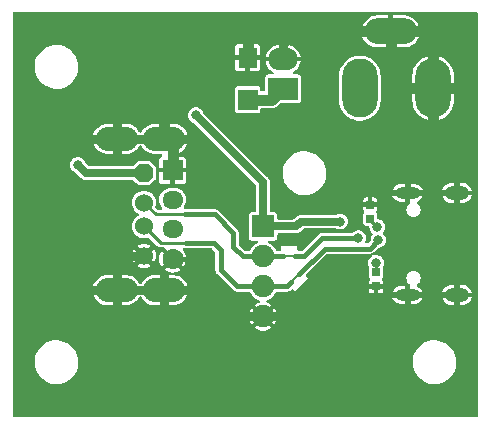
<source format=gbr>
%TF.GenerationSoftware,KiCad,Pcbnew,7.0.2*%
%TF.CreationDate,2023-11-10T23:30:57+01:00*%
%TF.ProjectId,PoweredUSB-Adapter,506f7765-7265-4645-9553-422d41646170,rev?*%
%TF.SameCoordinates,Original*%
%TF.FileFunction,Copper,L2,Bot*%
%TF.FilePolarity,Positive*%
%FSLAX46Y46*%
G04 Gerber Fmt 4.6, Leading zero omitted, Abs format (unit mm)*
G04 Created by KiCad (PCBNEW 7.0.2) date 2023-11-10 23:30:57*
%MOMM*%
%LPD*%
G01*
G04 APERTURE LIST*
G04 Aperture macros list*
%AMOutline5P*
0 Free polygon, 5 corners , with rotation*
0 The origin of the aperture is its center*
0 number of corners: always 5*
0 $1 to $10 corner X, Y*
0 $11 Rotation angle, in degrees counterclockwise*
0 create outline with 5 corners*
4,1,5,$1,$2,$3,$4,$5,$6,$7,$8,$9,$10,$1,$2,$11*%
%AMOutline6P*
0 Free polygon, 6 corners , with rotation*
0 The origin of the aperture is its center*
0 number of corners: always 6*
0 $1 to $12 corner X, Y*
0 $13 Rotation angle, in degrees counterclockwise*
0 create outline with 6 corners*
4,1,6,$1,$2,$3,$4,$5,$6,$7,$8,$9,$10,$11,$12,$1,$2,$13*%
%AMOutline7P*
0 Free polygon, 7 corners , with rotation*
0 The origin of the aperture is its center*
0 number of corners: always 7*
0 $1 to $14 corner X, Y*
0 $15 Rotation angle, in degrees counterclockwise*
0 create outline with 7 corners*
4,1,7,$1,$2,$3,$4,$5,$6,$7,$8,$9,$10,$11,$12,$13,$14,$1,$2,$15*%
%AMOutline8P*
0 Free polygon, 8 corners , with rotation*
0 The origin of the aperture is its center*
0 number of corners: always 8*
0 $1 to $16 corner X, Y*
0 $17 Rotation angle, in degrees counterclockwise*
0 create outline with 8 corners*
4,1,8,$1,$2,$3,$4,$5,$6,$7,$8,$9,$10,$11,$12,$13,$14,$15,$16,$1,$2,$17*%
G04 Aperture macros list end*
%TA.AperFunction,ComponentPad*%
%ADD10R,1.905000X1.905000*%
%TD*%
%TA.AperFunction,ComponentPad*%
%ADD11C,1.905000*%
%TD*%
%TA.AperFunction,ComponentPad*%
%ADD12Outline8P,-0.762000X0.381000X-0.381000X0.762000X0.381000X0.762000X0.762000X0.381000X0.762000X-0.381000X0.381000X-0.762000X-0.381000X-0.762000X-0.762000X-0.381000X270.000000*%
%TD*%
%TA.AperFunction,ComponentPad*%
%ADD13C,1.524000*%
%TD*%
%TA.AperFunction,ComponentPad*%
%ADD14R,1.778000X1.778000*%
%TD*%
%TA.AperFunction,ComponentPad*%
%ADD15O,1.778000X1.524000*%
%TD*%
%TA.AperFunction,ComponentPad*%
%ADD16C,1.778000*%
%TD*%
%TA.AperFunction,ComponentPad*%
%ADD17O,3.556000X2.032000*%
%TD*%
%TA.AperFunction,ComponentPad*%
%ADD18O,3.000000X5.000000*%
%TD*%
%TA.AperFunction,ComponentPad*%
%ADD19O,4.400000X2.200000*%
%TD*%
%TA.AperFunction,ComponentPad*%
%ADD20O,2.100000X1.000000*%
%TD*%
%TA.AperFunction,ComponentPad*%
%ADD21O,2.000000X1.200000*%
%TD*%
%TA.AperFunction,ComponentPad*%
%ADD22R,2.500000X1.900000*%
%TD*%
%TA.AperFunction,ComponentPad*%
%ADD23O,2.500000X1.900000*%
%TD*%
%TA.AperFunction,SMDPad,CuDef*%
%ADD24R,0.640000X0.700000*%
%TD*%
%TA.AperFunction,SMDPad,CuDef*%
%ADD25R,1.651000X1.778000*%
%TD*%
%TA.AperFunction,SMDPad,CuDef*%
%ADD26R,1.625600X1.778000*%
%TD*%
%TA.AperFunction,ViaPad*%
%ADD27C,0.812800*%
%TD*%
%TA.AperFunction,Conductor*%
%ADD28C,0.200000*%
%TD*%
%TA.AperFunction,Conductor*%
%ADD29C,0.381000*%
%TD*%
%TA.AperFunction,Conductor*%
%ADD30C,0.635000*%
%TD*%
%TA.AperFunction,Conductor*%
%ADD31C,0.254000*%
%TD*%
%TA.AperFunction,Conductor*%
%ADD32C,0.762000*%
%TD*%
%TA.AperFunction,Conductor*%
%ADD33C,0.889000*%
%TD*%
%TA.AperFunction,Conductor*%
%ADD34C,0.508000*%
%TD*%
%TA.AperFunction,Conductor*%
%ADD35C,0.203200*%
%TD*%
G04 APERTURE END LIST*
D10*
%TO.P,J2,1,Pin_1*%
%TO.N,+5V*%
X121484200Y-78500000D03*
D11*
%TO.P,J2,2,Pin_2*%
%TO.N,/D-*%
X121484200Y-81040000D03*
%TO.P,J2,3,Pin_3*%
%TO.N,/D+*%
X121484200Y-83580000D03*
%TO.P,J2,4,Pin_4*%
%TO.N,GND*%
X121484200Y-86120000D03*
%TD*%
D12*
%TO.P,CN1,1,Vbus*%
%TO.N,+5V*%
X111405000Y-74000000D03*
D13*
%TO.P,CN1,2,D-*%
%TO.N,/D-*%
X111405000Y-76500000D03*
%TO.P,CN1,3,D+*%
%TO.N,/D+*%
X111405000Y-78500000D03*
%TO.P,CN1,4,GND*%
%TO.N,GND*%
X111405000Y-81000000D03*
D14*
%TO.P,CN1,5,PGND*%
X113835000Y-73750000D03*
D15*
%TO.P,CN1,6,PWR+*%
%TO.N,VCC*%
X113835000Y-76250000D03*
%TO.P,CN1,7,PWR+*%
X113835000Y-78750000D03*
D16*
%TO.P,CN1,8,PGND*%
%TO.N,GND*%
X113835000Y-81250000D03*
D17*
%TO.P,CN1,S,Shd*%
X113095000Y-71100000D03*
X109095000Y-71100000D03*
X113095000Y-83900000D03*
X109095000Y-83900000D03*
%TD*%
D18*
%TO.P,J1,1*%
%TO.N,VCC*%
X129684200Y-66800000D03*
%TO.P,J1,2*%
%TO.N,GND*%
X135884200Y-66800000D03*
D19*
%TO.P,J1,3*%
X132284200Y-62000000D03*
%TD*%
D20*
%TO.P,CN4,S,SH*%
%TO.N,GND*%
X133720000Y-84320000D03*
D21*
X137900000Y-84320000D03*
D20*
X133720000Y-75680000D03*
D21*
X137900000Y-75680000D03*
%TD*%
D22*
%TO.P,J3,1,Pin_1*%
%TO.N,VCC*%
X123184200Y-66850000D03*
D23*
%TO.P,J3,2,Pin_2*%
%TO.N,GND*%
X123184200Y-64350000D03*
%TD*%
D24*
%TO.P,R2,1*%
%TO.N,GND*%
X131050000Y-83584200D03*
%TO.P,R2,2*%
%TO.N,Net-(CN4-CC1)*%
X131050000Y-82390400D03*
%TD*%
%TO.P,R3,1*%
%TO.N,GND*%
X130550000Y-76665800D03*
%TO.P,R3,2*%
%TO.N,Net-(CN4-CC2)*%
X130550000Y-77859600D03*
%TD*%
D25*
%TO.P,D1,1,C*%
%TO.N,VCC*%
X120184200Y-67778000D03*
D26*
%TO.P,D1,2,A*%
%TO.N,GND*%
X120184200Y-64222000D03*
%TD*%
D27*
%TO.N,+5V*%
X105795000Y-73300000D03*
X128000000Y-78100000D03*
X115800000Y-69100000D03*
%TO.N,/D-*%
X129550000Y-79500000D03*
%TO.N,/D+*%
X131250000Y-79650000D03*
%TO.N,GND*%
X129950000Y-91850000D03*
X101000000Y-94000000D03*
X124000000Y-61000000D03*
X125200000Y-79300000D03*
X124300000Y-79700000D03*
X122000000Y-61000000D03*
X137000000Y-61000000D03*
X109500000Y-63500000D03*
X124000000Y-94000000D03*
X111500000Y-63500000D03*
X139000000Y-92000000D03*
X103000000Y-94000000D03*
X139000000Y-80000000D03*
X109100000Y-69300000D03*
X118400000Y-76500000D03*
X126600000Y-82400000D03*
X139000000Y-73000000D03*
X111500000Y-66500000D03*
X113550000Y-90500000D03*
X118000000Y-61000000D03*
X113400000Y-63500000D03*
X117400000Y-69000000D03*
X101000000Y-74950000D03*
X139000000Y-85850000D03*
X110450000Y-88050000D03*
X101000000Y-80050000D03*
X116000000Y-61000000D03*
X139000000Y-63000000D03*
X138000000Y-94000000D03*
X132000000Y-85900000D03*
X137000000Y-94000000D03*
X111000000Y-69300000D03*
X102000000Y-94000000D03*
X109500000Y-66500000D03*
X139000000Y-62000000D03*
X139000000Y-88150000D03*
X113400000Y-66500000D03*
X122000000Y-94000000D03*
X139000000Y-87150000D03*
X126450000Y-89850000D03*
X132000000Y-74100000D03*
X120000000Y-61000000D03*
X118400000Y-75000000D03*
X139000000Y-93000000D03*
X101000000Y-83000000D03*
X118000000Y-94000000D03*
X124200000Y-84700000D03*
X101000000Y-93000000D03*
X139000000Y-78000000D03*
X103000000Y-61000000D03*
X129400000Y-78400000D03*
X101000000Y-92000000D03*
X129700000Y-81400000D03*
X139000000Y-74000000D03*
X101000000Y-77500000D03*
X120000000Y-94000000D03*
X102000000Y-61000000D03*
X139000000Y-61000000D03*
X139000000Y-94000000D03*
X101000000Y-61000000D03*
X101000000Y-62000000D03*
X101000000Y-71950000D03*
X119850000Y-88450000D03*
X122000000Y-72900000D03*
X118500000Y-84500000D03*
X101000000Y-63000000D03*
X139000000Y-82000000D03*
X127600000Y-85300000D03*
X113100000Y-69300000D03*
X128800000Y-75900000D03*
X138000000Y-61000000D03*
X116000000Y-94000000D03*
%TO.N,Net-(CN4-CC1)*%
X131050000Y-81600000D03*
%TO.N,Net-(CN4-CC2)*%
X131150000Y-78550000D03*
%TD*%
D28*
%TO.N,/D+*%
X123850000Y-83250000D02*
X124550000Y-82550000D01*
D29*
X126700000Y-80400000D02*
X124550000Y-82550000D01*
X123850000Y-83250000D02*
X123520000Y-83580000D01*
%TO.N,/D-*%
X124200000Y-81040000D02*
X124960000Y-81040000D01*
D28*
X123200000Y-81040000D02*
X124200000Y-81040000D01*
D29*
X121484200Y-81040000D02*
X123200000Y-81040000D01*
X124960000Y-81040000D02*
X126500000Y-79500000D01*
X126500000Y-79500000D02*
X129550000Y-79500000D01*
D30*
%TO.N,+5V*%
X121484200Y-78500000D02*
X124300000Y-78500000D01*
X111405000Y-74000000D02*
X106495000Y-74000000D01*
X115800000Y-69100000D02*
X121484200Y-74784200D01*
X121484200Y-74784200D02*
X121484200Y-75600000D01*
X124700000Y-78100000D02*
X128000000Y-78100000D01*
X106495000Y-74000000D02*
X105795000Y-73300000D01*
X124300000Y-78500000D02*
X124700000Y-78100000D01*
X121484200Y-75600000D02*
X121484200Y-78500000D01*
D31*
%TO.N,/D-*%
X112405000Y-77500000D02*
X114900000Y-77500000D01*
X111405000Y-76500000D02*
X112405000Y-77500000D01*
D29*
X117400000Y-77500000D02*
X114900000Y-77500000D01*
X121484200Y-81040000D02*
X119784200Y-81040000D01*
X118972100Y-79072100D02*
X117400000Y-77500000D01*
X118972100Y-80227900D02*
X118972100Y-79072100D01*
X119784200Y-81040000D02*
X118972100Y-80227900D01*
D31*
%TO.N,/D+*%
X112805000Y-79900000D02*
X115000000Y-79900000D01*
D29*
X117300000Y-79900000D02*
X115000000Y-79900000D01*
X121484200Y-83580000D02*
X119280000Y-83580000D01*
X131250000Y-79650000D02*
X130500000Y-80400000D01*
X119280000Y-83580000D02*
X117900000Y-82200000D01*
D31*
X111405000Y-78500000D02*
X112805000Y-79900000D01*
D29*
X117900000Y-80500000D02*
X117300000Y-79900000D01*
X130500000Y-80400000D02*
X126700000Y-80400000D01*
X117900000Y-82200000D02*
X117900000Y-80500000D01*
X123520000Y-83580000D02*
X121484200Y-83580000D01*
D32*
%TO.N,GND*%
X123184200Y-64350000D02*
X123184200Y-63100000D01*
X113095000Y-83900000D02*
X106050000Y-83900000D01*
X117750000Y-85750000D02*
X116150000Y-84150000D01*
X109095000Y-83900000D02*
X109095000Y-81000000D01*
X109095000Y-71100000D02*
X109095000Y-67700000D01*
X111405000Y-81000000D02*
X109095000Y-81000000D01*
D29*
X115750000Y-81250000D02*
X115750000Y-83750000D01*
D33*
X132284200Y-62000000D02*
X136884200Y-62000000D01*
D32*
X109095000Y-71100000D02*
X109095000Y-72655000D01*
D33*
X120184200Y-64222000D02*
X120184200Y-61900000D01*
X135884200Y-66800000D02*
X135884200Y-60950000D01*
D32*
X109095000Y-81000000D02*
X108295000Y-81000000D01*
D33*
X135884200Y-71600000D02*
X137384200Y-73100000D01*
D32*
X119504200Y-86120000D02*
X119134200Y-85750000D01*
D34*
X133720000Y-75680000D02*
X135170000Y-75680000D01*
D33*
X120184200Y-61900000D02*
X124184200Y-61900000D01*
X113835000Y-73750000D02*
X113835000Y-71840000D01*
D34*
X137900000Y-84320000D02*
X136380000Y-84320000D01*
D32*
X109095000Y-83900000D02*
X116400000Y-83900000D01*
D33*
X123892100Y-62392100D02*
X124284200Y-62000000D01*
D32*
X117750000Y-85750000D02*
X119134200Y-85750000D01*
X115600000Y-83900000D02*
X116400000Y-83900000D01*
X113095000Y-83900000D02*
X115600000Y-83900000D01*
D29*
X113835000Y-81250000D02*
X115750000Y-81250000D01*
D32*
X113095000Y-83900000D02*
X113095000Y-82705000D01*
D34*
X133720000Y-84320000D02*
X132280000Y-84320000D01*
X137900000Y-84320000D02*
X137900000Y-85400000D01*
D33*
X135884200Y-66800000D02*
X133584200Y-66800000D01*
D32*
X113095000Y-83900000D02*
X109095000Y-83900000D01*
D33*
X135884200Y-66800000D02*
X138084200Y-66800000D01*
D32*
X121484200Y-86120000D02*
X124504200Y-86120000D01*
D33*
X135884200Y-66800000D02*
X135884200Y-71600000D01*
D29*
X124784200Y-86400000D02*
X124504200Y-86120000D01*
D34*
X133720000Y-84320000D02*
X135320000Y-84320000D01*
D32*
X109095000Y-83900000D02*
X109095000Y-86100000D01*
D33*
X124184200Y-61900000D02*
X124284200Y-62000000D01*
D32*
X109095000Y-71100000D02*
X115750000Y-71100000D01*
X113095000Y-83900000D02*
X113095000Y-86000000D01*
D34*
X137900000Y-75680000D02*
X137900000Y-84320000D01*
D29*
X115750000Y-83750000D02*
X115600000Y-83900000D01*
D32*
X116400000Y-83900000D02*
X116695000Y-83900000D01*
D34*
X133720000Y-84320000D02*
X133720000Y-85470000D01*
X133720000Y-75680000D02*
X133720000Y-74330000D01*
D33*
X113095000Y-71100000D02*
X113095000Y-68000000D01*
D34*
X137900000Y-75680000D02*
X137900000Y-74815800D01*
D33*
X113835000Y-71840000D02*
X113095000Y-71100000D01*
X124284200Y-62000000D02*
X132284200Y-62000000D01*
D32*
X123184200Y-63100000D02*
X123892100Y-62392100D01*
D34*
X137900000Y-75680000D02*
X136070000Y-75680000D01*
D35*
X130912500Y-80787500D02*
X130487500Y-81012500D01*
D32*
X109095000Y-71100000D02*
X107050000Y-71100000D01*
D34*
X133720000Y-75680000D02*
X131980000Y-75680000D01*
D33*
X132284200Y-62000000D02*
X132284200Y-63900000D01*
D32*
X121484200Y-86120000D02*
X119504200Y-86120000D01*
%TO.N,VCC*%
X120212200Y-67750000D02*
X120184200Y-67778000D01*
D33*
X123184200Y-66850000D02*
X122256200Y-67778000D01*
X122256200Y-67778000D02*
X120184200Y-67778000D01*
D31*
%TO.N,Net-(CN4-CC1)*%
X131050000Y-81600000D02*
X131050000Y-82390400D01*
%TO.N,Net-(CN4-CC2)*%
X130550000Y-77950000D02*
X131150000Y-78550000D01*
X130550000Y-77859600D02*
X130550000Y-77950000D01*
%TD*%
%TA.AperFunction,Conductor*%
%TO.N,GND*%
G36*
X111939300Y-83828111D02*
G01*
X111939300Y-83971889D01*
X111974127Y-84090500D01*
X110215873Y-84090500D01*
X110250700Y-83971889D01*
X110250700Y-83828111D01*
X110215873Y-83709500D01*
X111974127Y-83709500D01*
X111939300Y-83828111D01*
G37*
%TD.AperFunction*%
%TA.AperFunction,Conductor*%
G36*
X111939300Y-71028111D02*
G01*
X111939300Y-71171889D01*
X111974127Y-71290500D01*
X110215873Y-71290500D01*
X110250700Y-71171889D01*
X110250700Y-71028111D01*
X110215873Y-70909500D01*
X111974127Y-70909500D01*
X111939300Y-71028111D01*
G37*
%TD.AperFunction*%
%TA.AperFunction,Conductor*%
G36*
X139612621Y-60349502D02*
G01*
X139659114Y-60403158D01*
X139670500Y-60455500D01*
X139670500Y-94544500D01*
X139650498Y-94612621D01*
X139596842Y-94659114D01*
X139544500Y-94670500D01*
X100455500Y-94670500D01*
X100387379Y-94650498D01*
X100340886Y-94596842D01*
X100329500Y-94544500D01*
X100329500Y-90067766D01*
X102145787Y-90067766D01*
X102175413Y-90337015D01*
X102175414Y-90337018D01*
X102243928Y-90599088D01*
X102349870Y-90848390D01*
X102490982Y-91079610D01*
X102664255Y-91287820D01*
X102664256Y-91287821D01*
X102664258Y-91287823D01*
X102865993Y-91468578D01*
X102865995Y-91468579D01*
X102865998Y-91468582D01*
X103091910Y-91618044D01*
X103224104Y-91680014D01*
X103337171Y-91733018D01*
X103337173Y-91733018D01*
X103337176Y-91733020D01*
X103596569Y-91811060D01*
X103596572Y-91811060D01*
X103596574Y-91811061D01*
X103864558Y-91850500D01*
X103864561Y-91850500D01*
X104065330Y-91850500D01*
X104067631Y-91850500D01*
X104270156Y-91835677D01*
X104534553Y-91776780D01*
X104787558Y-91680014D01*
X105023777Y-91547441D01*
X105238177Y-91381888D01*
X105426186Y-91186881D01*
X105583799Y-90966579D01*
X105707656Y-90725675D01*
X105795118Y-90469305D01*
X105844319Y-90202933D01*
X105849259Y-90067766D01*
X134145787Y-90067766D01*
X134175413Y-90337015D01*
X134175414Y-90337018D01*
X134243928Y-90599088D01*
X134349870Y-90848390D01*
X134490982Y-91079610D01*
X134664255Y-91287820D01*
X134664256Y-91287821D01*
X134664258Y-91287823D01*
X134865993Y-91468578D01*
X134865995Y-91468579D01*
X134865998Y-91468582D01*
X135091910Y-91618044D01*
X135224104Y-91680014D01*
X135337171Y-91733018D01*
X135337173Y-91733018D01*
X135337176Y-91733020D01*
X135596569Y-91811060D01*
X135596572Y-91811060D01*
X135596574Y-91811061D01*
X135864558Y-91850500D01*
X135864561Y-91850500D01*
X136065330Y-91850500D01*
X136067631Y-91850500D01*
X136270156Y-91835677D01*
X136534553Y-91776780D01*
X136787558Y-91680014D01*
X137023777Y-91547441D01*
X137238177Y-91381888D01*
X137426186Y-91186881D01*
X137583799Y-90966579D01*
X137707656Y-90725675D01*
X137795118Y-90469305D01*
X137844319Y-90202933D01*
X137854212Y-89932235D01*
X137824586Y-89662982D01*
X137756072Y-89400912D01*
X137650130Y-89151610D01*
X137509018Y-88920390D01*
X137335745Y-88712180D01*
X137230759Y-88618112D01*
X137134006Y-88531421D01*
X137134003Y-88531419D01*
X137134002Y-88531418D01*
X136908090Y-88381956D01*
X136908086Y-88381954D01*
X136662828Y-88266981D01*
X136403425Y-88188938D01*
X136135442Y-88149500D01*
X136135439Y-88149500D01*
X135932369Y-88149500D01*
X135930099Y-88149666D01*
X135930075Y-88149667D01*
X135729839Y-88164323D01*
X135465449Y-88223219D01*
X135212441Y-88319985D01*
X134976225Y-88452557D01*
X134761820Y-88618114D01*
X134573815Y-88813117D01*
X134416200Y-89033422D01*
X134292342Y-89274328D01*
X134204882Y-89530693D01*
X134155681Y-89797065D01*
X134145787Y-90067766D01*
X105849259Y-90067766D01*
X105854212Y-89932235D01*
X105824586Y-89662982D01*
X105756072Y-89400912D01*
X105650130Y-89151610D01*
X105509018Y-88920390D01*
X105335745Y-88712180D01*
X105230759Y-88618112D01*
X105134006Y-88531421D01*
X105134003Y-88531419D01*
X105134002Y-88531418D01*
X104908090Y-88381956D01*
X104908086Y-88381954D01*
X104662828Y-88266981D01*
X104403425Y-88188938D01*
X104135442Y-88149500D01*
X104135439Y-88149500D01*
X103932369Y-88149500D01*
X103930099Y-88149666D01*
X103930075Y-88149667D01*
X103729839Y-88164323D01*
X103465449Y-88223219D01*
X103212441Y-88319985D01*
X102976225Y-88452557D01*
X102761820Y-88618114D01*
X102573815Y-88813117D01*
X102416200Y-89033422D01*
X102292342Y-89274328D01*
X102204882Y-89530693D01*
X102155681Y-89797065D01*
X102145787Y-90067766D01*
X100329500Y-90067766D01*
X100329500Y-83709500D01*
X107073820Y-83709500D01*
X107974127Y-83709500D01*
X107939300Y-83828111D01*
X107939300Y-83971889D01*
X107974127Y-84090500D01*
X107077207Y-84090500D01*
X107089838Y-84183746D01*
X107160478Y-84401156D01*
X107268809Y-84602468D01*
X107411339Y-84781196D01*
X107583497Y-84931605D01*
X107779736Y-85048852D01*
X107993770Y-85129181D01*
X108218697Y-85170000D01*
X108904500Y-85170000D01*
X108904500Y-84400000D01*
X109285500Y-84400000D01*
X109285500Y-85170000D01*
X109911211Y-85170000D01*
X109916838Y-85169747D01*
X110084686Y-85154640D01*
X110305050Y-85093823D01*
X110511011Y-84994638D01*
X110695960Y-84860263D01*
X110853939Y-84695030D01*
X110979873Y-84504249D01*
X110981546Y-84500336D01*
X110986115Y-84494793D01*
X110986123Y-84494782D01*
X110986124Y-84494782D01*
X111026708Y-84445556D01*
X111094318Y-84423889D01*
X111162909Y-84442214D01*
X111208364Y-84490143D01*
X111268809Y-84602468D01*
X111411339Y-84781196D01*
X111583497Y-84931605D01*
X111779736Y-85048852D01*
X111993770Y-85129181D01*
X112218697Y-85170000D01*
X112904500Y-85170000D01*
X112904500Y-84400000D01*
X113285500Y-84400000D01*
X113285500Y-85170000D01*
X113911211Y-85170000D01*
X113916838Y-85169747D01*
X114084686Y-85154640D01*
X114305050Y-85093823D01*
X114511011Y-84994638D01*
X114695960Y-84860263D01*
X114853939Y-84695030D01*
X114979875Y-84504246D01*
X115069723Y-84294039D01*
X115116180Y-84090500D01*
X114215873Y-84090500D01*
X114250700Y-83971889D01*
X114250700Y-83828111D01*
X114215873Y-83709500D01*
X115112793Y-83709500D01*
X115100161Y-83616253D01*
X115029521Y-83398843D01*
X114921190Y-83197531D01*
X114778660Y-83018803D01*
X114606502Y-82868394D01*
X114410263Y-82751147D01*
X114196230Y-82670818D01*
X113985610Y-82632596D01*
X113922156Y-82600752D01*
X113885991Y-82539657D01*
X113888598Y-82468708D01*
X113929148Y-82410431D01*
X113984957Y-82384766D01*
X114149137Y-82354076D01*
X114346663Y-82277554D01*
X114498890Y-82183297D01*
X114027399Y-81711806D01*
X114108100Y-81674952D01*
X114216761Y-81580798D01*
X114294493Y-81459844D01*
X114298978Y-81444569D01*
X114766962Y-81912553D01*
X114810959Y-81854292D01*
X114905382Y-81664666D01*
X114963352Y-81460923D01*
X114982897Y-81249999D01*
X114963352Y-81039076D01*
X114905382Y-80835333D01*
X114810961Y-80645710D01*
X114712978Y-80515961D01*
X114687888Y-80449545D01*
X114702687Y-80380108D01*
X114752678Y-80329695D01*
X114821988Y-80314312D01*
X114850668Y-80319626D01*
X114932927Y-80345000D01*
X117063485Y-80345000D01*
X117131606Y-80365002D01*
X117152575Y-80381900D01*
X117286636Y-80515961D01*
X117418095Y-80647420D01*
X117452120Y-80709732D01*
X117454999Y-80736515D01*
X117455000Y-82167936D01*
X117454208Y-82182042D01*
X117450289Y-82216826D01*
X117460771Y-82272230D01*
X117461559Y-82276872D01*
X117470906Y-82338881D01*
X117472281Y-82343059D01*
X117501574Y-82398486D01*
X117503696Y-82402688D01*
X117530908Y-82459193D01*
X117533451Y-82462775D01*
X117537908Y-82467232D01*
X117537910Y-82467235D01*
X117577810Y-82507135D01*
X117581053Y-82510502D01*
X117623710Y-82556475D01*
X117638493Y-82567818D01*
X118942666Y-83871991D01*
X118952081Y-83882526D01*
X118966447Y-83900541D01*
X118973905Y-83909892D01*
X119006064Y-83931817D01*
X119020496Y-83941657D01*
X119024339Y-83944384D01*
X119068966Y-83977321D01*
X119074801Y-83981627D01*
X119078700Y-83983595D01*
X119084739Y-83985457D01*
X119084741Y-83985459D01*
X119138654Y-84002089D01*
X119143083Y-84003547D01*
X119161619Y-84010033D01*
X119202296Y-84024267D01*
X119206608Y-84025000D01*
X119212927Y-84025000D01*
X119269329Y-84025000D01*
X119274038Y-84025087D01*
X119330387Y-84027196D01*
X119336695Y-84027432D01*
X119355170Y-84025000D01*
X120279658Y-84025000D01*
X120347779Y-84045002D01*
X120393853Y-84097750D01*
X120434914Y-84185807D01*
X120556054Y-84358812D01*
X120705387Y-84508145D01*
X120705390Y-84508147D01*
X120705391Y-84508148D01*
X120758797Y-84545543D01*
X120878392Y-84629285D01*
X121069804Y-84718542D01*
X121106312Y-84728324D01*
X121166935Y-84765276D01*
X121197956Y-84829136D01*
X121189528Y-84899631D01*
X121144325Y-84954378D01*
X121119217Y-84967523D01*
X120944113Y-85035358D01*
X120774181Y-85140574D01*
X121328922Y-85695315D01*
X121227843Y-85743993D01*
X121128402Y-85836260D01*
X121060575Y-85953740D01*
X121058337Y-85963544D01*
X120506901Y-85412108D01*
X120506900Y-85412108D01*
X120454018Y-85482136D01*
X120354350Y-85682297D01*
X120293161Y-85897357D01*
X120272530Y-86120000D01*
X120293161Y-86342642D01*
X120354350Y-86557701D01*
X120454019Y-86757863D01*
X120506900Y-86827890D01*
X120506902Y-86827890D01*
X121061102Y-86273690D01*
X121090087Y-86347541D01*
X121174665Y-86453599D01*
X121286747Y-86530016D01*
X121330190Y-86543416D01*
X120774181Y-87099424D01*
X120944113Y-87204641D01*
X121152610Y-87285413D01*
X121372403Y-87326500D01*
X121595997Y-87326500D01*
X121815789Y-87285413D01*
X122024288Y-87204641D01*
X122194218Y-87099424D01*
X121639478Y-86544684D01*
X121740557Y-86496007D01*
X121839998Y-86403740D01*
X121907825Y-86286260D01*
X121910062Y-86276457D01*
X122461496Y-86827890D01*
X122461497Y-86827890D01*
X122514381Y-86757861D01*
X122614049Y-86557701D01*
X122675238Y-86342642D01*
X122695869Y-86120000D01*
X122675238Y-85897357D01*
X122614049Y-85682298D01*
X122514380Y-85482137D01*
X122461497Y-85412108D01*
X121907296Y-85966308D01*
X121878313Y-85892459D01*
X121793735Y-85786401D01*
X121681653Y-85709984D01*
X121638209Y-85696583D01*
X122194218Y-85140574D01*
X122024286Y-85035358D01*
X121849182Y-84967523D01*
X121792887Y-84924263D01*
X121768916Y-84857436D01*
X121784880Y-84788257D01*
X121835710Y-84738692D01*
X121862088Y-84728324D01*
X121898595Y-84718542D01*
X122090006Y-84629286D01*
X122259650Y-84510500D01*
X132437960Y-84510500D01*
X132442760Y-84537723D01*
X132512570Y-84699563D01*
X132617827Y-84840949D01*
X132752848Y-84954245D01*
X132910361Y-85033351D01*
X133081872Y-85074000D01*
X133529500Y-85074000D01*
X133529500Y-84570000D01*
X133910500Y-84570000D01*
X133910500Y-85074000D01*
X134310246Y-85074000D01*
X134317559Y-85073574D01*
X134445069Y-85058669D01*
X134610696Y-84998386D01*
X134757962Y-84901529D01*
X134878918Y-84773323D01*
X134967047Y-84620678D01*
X135000033Y-84510500D01*
X134334885Y-84510500D01*
X134350240Y-84500240D01*
X134405495Y-84417545D01*
X134424898Y-84320000D01*
X134405495Y-84222455D01*
X134350240Y-84139760D01*
X134334885Y-84129500D01*
X135002040Y-84129500D01*
X135002040Y-84129499D01*
X136665829Y-84129499D01*
X136665830Y-84129500D01*
X137267927Y-84129500D01*
X137226799Y-84183962D01*
X137196105Y-84291840D01*
X137206454Y-84403521D01*
X137256448Y-84503922D01*
X137263664Y-84510500D01*
X136666586Y-84510500D01*
X136701975Y-84637960D01*
X136788985Y-84802080D01*
X136909239Y-84943654D01*
X137057120Y-85056070D01*
X137225711Y-85134068D01*
X137407121Y-85174000D01*
X137709500Y-85174000D01*
X137709500Y-84620000D01*
X138090500Y-84620000D01*
X138090500Y-85174000D01*
X138342890Y-85174000D01*
X138349703Y-85173630D01*
X138484666Y-85158952D01*
X138660698Y-85099640D01*
X138819865Y-85003873D01*
X138954726Y-84876126D01*
X139058969Y-84722379D01*
X139127723Y-84549817D01*
X139134170Y-84510500D01*
X138532073Y-84510500D01*
X138573201Y-84456038D01*
X138603895Y-84348160D01*
X138593546Y-84236479D01*
X138543552Y-84136078D01*
X138536336Y-84129500D01*
X139133414Y-84129500D01*
X139133413Y-84129499D01*
X139098024Y-84002039D01*
X139011014Y-83837919D01*
X138890760Y-83696345D01*
X138742879Y-83583929D01*
X138574288Y-83505931D01*
X138392879Y-83466000D01*
X138090500Y-83466000D01*
X138090500Y-84020000D01*
X137709500Y-84020000D01*
X137709500Y-83466000D01*
X137457110Y-83466000D01*
X137450296Y-83466369D01*
X137315333Y-83481047D01*
X137139301Y-83540359D01*
X136980134Y-83636126D01*
X136845273Y-83763873D01*
X136741030Y-83917620D01*
X136672276Y-84090182D01*
X136665829Y-84129499D01*
X135002040Y-84129499D01*
X134997239Y-84102276D01*
X134927429Y-83940436D01*
X134822172Y-83799050D01*
X134687151Y-83685754D01*
X134553818Y-83618792D01*
X134501920Y-83570344D01*
X134484453Y-83501530D01*
X134506963Y-83434196D01*
X134533659Y-83406234D01*
X134648282Y-83318282D01*
X134744536Y-83192841D01*
X134805044Y-83046762D01*
X134825682Y-82890000D01*
X134805044Y-82733238D01*
X134744536Y-82587159D01*
X134744535Y-82587158D01*
X134744535Y-82587157D01*
X134648282Y-82461717D01*
X134522842Y-82365464D01*
X134376761Y-82304955D01*
X134263448Y-82290038D01*
X134263447Y-82290037D01*
X134259361Y-82289500D01*
X134180639Y-82289500D01*
X134176553Y-82290037D01*
X134176551Y-82290038D01*
X134063238Y-82304955D01*
X133917157Y-82365464D01*
X133791717Y-82461717D01*
X133695464Y-82587157D01*
X133634955Y-82733238D01*
X133614318Y-82889999D01*
X133634955Y-83046761D01*
X133695464Y-83192842D01*
X133791716Y-83318280D01*
X133791718Y-83318282D01*
X133835393Y-83351795D01*
X133885108Y-83389943D01*
X133926975Y-83447281D01*
X133931196Y-83518152D01*
X133910499Y-83555524D01*
X133910500Y-84070000D01*
X133529500Y-84070000D01*
X133529500Y-83566000D01*
X133129754Y-83566000D01*
X133122440Y-83566425D01*
X132994930Y-83581330D01*
X132829303Y-83641613D01*
X132682037Y-83738470D01*
X132561081Y-83866676D01*
X132472952Y-84019321D01*
X132439967Y-84129500D01*
X133105115Y-84129500D01*
X133089760Y-84139760D01*
X133034505Y-84222455D01*
X133015102Y-84320000D01*
X133034505Y-84417545D01*
X133089760Y-84500240D01*
X133105115Y-84510500D01*
X132437960Y-84510500D01*
X122259650Y-84510500D01*
X122263009Y-84508148D01*
X122412348Y-84358809D01*
X122533486Y-84185806D01*
X122574547Y-84097749D01*
X122621464Y-84044465D01*
X122688742Y-84025000D01*
X123487937Y-84025000D01*
X123502043Y-84025792D01*
X123536827Y-84029711D01*
X123592275Y-84019219D01*
X123596837Y-84018444D01*
X123652647Y-84010033D01*
X123652647Y-84010032D01*
X123658902Y-84009090D01*
X123663034Y-84007730D01*
X123668629Y-84004772D01*
X123668634Y-84004772D01*
X123718508Y-83978411D01*
X123722667Y-83976312D01*
X123773509Y-83951829D01*
X123773511Y-83951826D01*
X123779205Y-83949085D01*
X123782764Y-83946560D01*
X123787232Y-83942091D01*
X123787235Y-83942090D01*
X123827147Y-83902176D01*
X123830487Y-83898959D01*
X123871844Y-83860587D01*
X123871845Y-83860584D01*
X123880774Y-83852300D01*
X123944315Y-83820629D01*
X124014892Y-83828339D01*
X124055567Y-83855567D01*
X124200000Y-84000000D01*
X124200001Y-84000000D01*
X124425301Y-83774700D01*
X130476001Y-83774700D01*
X130476001Y-83959218D01*
X130490736Y-84033305D01*
X130546876Y-84117324D01*
X130630893Y-84173463D01*
X130704981Y-84188199D01*
X130859499Y-84188199D01*
X130859500Y-83774700D01*
X131240500Y-83774700D01*
X131240500Y-84188199D01*
X131395018Y-84188199D01*
X131469105Y-84173463D01*
X131553124Y-84117323D01*
X131609263Y-84033306D01*
X131624000Y-83959218D01*
X131624000Y-83774700D01*
X131240500Y-83774700D01*
X130859500Y-83774700D01*
X130476001Y-83774700D01*
X124425301Y-83774700D01*
X125300000Y-82900000D01*
X125299999Y-82899999D01*
X125150694Y-82767282D01*
X125113069Y-82707076D01*
X125113966Y-82636085D01*
X125145305Y-82584018D01*
X126847422Y-80881902D01*
X126909732Y-80847879D01*
X126936515Y-80845000D01*
X130467937Y-80845000D01*
X130482043Y-80845792D01*
X130516827Y-80849711D01*
X130555288Y-80842433D01*
X130625936Y-80849420D01*
X130681595Y-80893496D01*
X130704589Y-80960666D01*
X130687618Y-81029604D01*
X130662266Y-81060548D01*
X130551675Y-81158523D01*
X130460503Y-81290609D01*
X130403591Y-81440675D01*
X130384246Y-81600000D01*
X130403591Y-81759324D01*
X130465929Y-81923696D01*
X130464240Y-81924336D01*
X130480456Y-81973504D01*
X130478104Y-82002239D01*
X130475500Y-82015330D01*
X130475500Y-82765468D01*
X130490265Y-82839700D01*
X130542415Y-82917747D01*
X130563630Y-82985500D01*
X130544847Y-83053967D01*
X130542415Y-83057751D01*
X130490736Y-83135093D01*
X130476000Y-83209181D01*
X130476000Y-83393700D01*
X131623999Y-83393700D01*
X131623998Y-83209181D01*
X131609263Y-83135094D01*
X131557584Y-83057751D01*
X131536369Y-82989998D01*
X131555152Y-82921531D01*
X131557550Y-82917797D01*
X131609734Y-82839701D01*
X131624500Y-82765467D01*
X131624499Y-82015334D01*
X131621894Y-82002242D01*
X131628223Y-81931528D01*
X131638211Y-81912781D01*
X131665056Y-81841993D01*
X131696408Y-81759325D01*
X131715754Y-81600000D01*
X131696408Y-81440675D01*
X131639496Y-81290609D01*
X131548324Y-81158523D01*
X131548323Y-81158523D01*
X131428192Y-81052095D01*
X131357135Y-81014801D01*
X131286080Y-80977509D01*
X131130248Y-80939100D01*
X130969752Y-80939100D01*
X130904929Y-80955077D01*
X130834001Y-80951958D01*
X130776019Y-80910987D01*
X130749391Y-80845173D01*
X130762572Y-80775411D01*
X130785679Y-80743645D01*
X130807122Y-80722201D01*
X130810486Y-80718960D01*
X130851844Y-80680587D01*
X130851845Y-80680584D01*
X130856477Y-80676287D01*
X130867815Y-80661508D01*
X131181520Y-80347804D01*
X131243833Y-80313779D01*
X131270616Y-80310900D01*
X131330246Y-80310900D01*
X131330248Y-80310900D01*
X131486080Y-80272491D01*
X131628191Y-80197905D01*
X131748324Y-80091477D01*
X131839496Y-79959391D01*
X131896408Y-79809325D01*
X131915754Y-79650000D01*
X131896408Y-79490675D01*
X131839496Y-79340609D01*
X131748324Y-79208523D01*
X131736446Y-79198000D01*
X131676858Y-79145209D01*
X131639132Y-79085065D01*
X131639912Y-79014073D01*
X131656715Y-78979321D01*
X131739496Y-78859391D01*
X131780982Y-78750000D01*
X131796408Y-78709325D01*
X131815754Y-78550000D01*
X131796408Y-78390675D01*
X131739496Y-78240609D01*
X131648324Y-78108523D01*
X131648323Y-78108523D01*
X131528192Y-78002095D01*
X131419406Y-77945000D01*
X131386080Y-77927509D01*
X131279973Y-77901356D01*
X131220345Y-77886659D01*
X131158990Y-77850935D01*
X131126689Y-77787712D01*
X131124499Y-77764327D01*
X131124499Y-77484534D01*
X131124499Y-77484533D01*
X131124499Y-77484531D01*
X131109734Y-77410299D01*
X131057584Y-77332252D01*
X131036369Y-77264500D01*
X131055152Y-77196033D01*
X131057585Y-77192247D01*
X131109263Y-77114906D01*
X131123999Y-77040818D01*
X131124000Y-76856300D01*
X129976001Y-76856300D01*
X129976001Y-77040818D01*
X129990736Y-77114905D01*
X130042415Y-77192248D01*
X130063630Y-77260001D01*
X130044847Y-77328468D01*
X130042415Y-77332251D01*
X129990266Y-77410296D01*
X129975500Y-77484533D01*
X129975500Y-78234668D01*
X129990265Y-78308900D01*
X130046515Y-78393084D01*
X130102765Y-78430668D01*
X130130699Y-78449334D01*
X130204933Y-78464100D01*
X130362190Y-78464099D01*
X130430310Y-78484101D01*
X130476803Y-78537756D01*
X130487271Y-78574911D01*
X130503591Y-78709324D01*
X130560503Y-78859390D01*
X130582238Y-78890878D01*
X130643285Y-78979321D01*
X130651677Y-78991478D01*
X130723142Y-79054791D01*
X130760868Y-79114935D01*
X130760088Y-79185927D01*
X130743285Y-79220679D01*
X130660503Y-79340608D01*
X130603591Y-79490675D01*
X130584452Y-79648299D01*
X130556385Y-79713512D01*
X130548467Y-79722206D01*
X130357948Y-79912726D01*
X130295636Y-79946751D01*
X130224820Y-79941687D01*
X130167984Y-79899140D01*
X130143173Y-79832620D01*
X130151040Y-79778951D01*
X130196408Y-79659325D01*
X130215754Y-79500000D01*
X130196408Y-79340675D01*
X130139496Y-79190609D01*
X130048324Y-79058523D01*
X130046918Y-79057277D01*
X129928192Y-78952095D01*
X129844086Y-78907953D01*
X129786080Y-78877509D01*
X129630248Y-78839100D01*
X129469752Y-78839100D01*
X129329808Y-78873593D01*
X129313920Y-78877509D01*
X129171808Y-78952095D01*
X129120494Y-78997556D01*
X129091420Y-79023312D01*
X129027169Y-79053513D01*
X129007868Y-79055000D01*
X126532063Y-79055000D01*
X126517957Y-79054208D01*
X126483173Y-79050289D01*
X126483172Y-79050289D01*
X126427768Y-79060771D01*
X126423126Y-79061560D01*
X126361118Y-79070906D01*
X126356939Y-79072281D01*
X126301490Y-79101586D01*
X126297289Y-79103707D01*
X126240818Y-79130903D01*
X126237214Y-79133460D01*
X126192874Y-79177799D01*
X126189484Y-79181065D01*
X126143529Y-79223706D01*
X126132184Y-79238489D01*
X124812578Y-80558096D01*
X124750268Y-80592120D01*
X124723485Y-80595000D01*
X124526000Y-80595000D01*
X124457879Y-80574998D01*
X124411386Y-80521342D01*
X124400000Y-80469000D01*
X124400000Y-80200000D01*
X123000000Y-80200000D01*
X123000000Y-80469000D01*
X122979998Y-80537121D01*
X122926342Y-80583614D01*
X122874000Y-80595000D01*
X122688742Y-80595000D01*
X122620621Y-80574998D01*
X122574547Y-80522250D01*
X122542788Y-80454143D01*
X122533486Y-80434195D01*
X122412348Y-80261191D01*
X122263009Y-80111852D01*
X122090006Y-79990714D01*
X122065063Y-79979083D01*
X121996677Y-79947194D01*
X121943392Y-79900277D01*
X121923931Y-79831999D01*
X121944473Y-79764039D01*
X121998496Y-79717974D01*
X122049926Y-79706999D01*
X122461766Y-79706999D01*
X122461768Y-79706999D01*
X122511255Y-79697155D01*
X122536001Y-79692234D01*
X122620184Y-79635984D01*
X122676434Y-79551801D01*
X122691200Y-79477567D01*
X122691200Y-79198000D01*
X122711202Y-79129879D01*
X122764858Y-79083386D01*
X122817200Y-79072000D01*
X124254257Y-79072000D01*
X124270701Y-79073077D01*
X124300000Y-79076935D01*
X124337486Y-79072000D01*
X124337492Y-79072000D01*
X124449322Y-79057277D01*
X124588468Y-78999641D01*
X124588467Y-78999640D01*
X124607713Y-78991669D01*
X124612120Y-78983244D01*
X124626081Y-78970777D01*
X124677954Y-78930976D01*
X124677955Y-78930974D01*
X124689312Y-78922260D01*
X124689312Y-78922259D01*
X124707955Y-78907955D01*
X124725952Y-78884498D01*
X124736805Y-78872123D01*
X124900026Y-78708904D01*
X124962340Y-78674879D01*
X124989122Y-78672000D01*
X127636663Y-78672000D01*
X127695216Y-78686432D01*
X127763920Y-78722491D01*
X127919752Y-78760900D01*
X127919754Y-78760900D01*
X128080246Y-78760900D01*
X128080248Y-78760900D01*
X128236080Y-78722491D01*
X128378191Y-78647905D01*
X128498324Y-78541477D01*
X128589496Y-78409391D01*
X128646408Y-78259325D01*
X128665754Y-78100000D01*
X128646408Y-77940675D01*
X128589496Y-77790609D01*
X128498324Y-77658523D01*
X128489520Y-77650723D01*
X128378192Y-77552095D01*
X128293922Y-77507867D01*
X128236080Y-77477509D01*
X128080248Y-77439100D01*
X127919752Y-77439100D01*
X127815863Y-77464706D01*
X127763919Y-77477509D01*
X127750535Y-77484534D01*
X127695216Y-77513567D01*
X127636663Y-77528000D01*
X124745743Y-77528000D01*
X124729298Y-77526922D01*
X124726971Y-77526615D01*
X124699999Y-77523064D01*
X124662518Y-77527999D01*
X124662502Y-77528000D01*
X124536647Y-77544569D01*
X124523534Y-77553966D01*
X124411531Y-77600359D01*
X124322045Y-77669024D01*
X124320934Y-77669867D01*
X124292048Y-77692039D01*
X124274052Y-77715491D01*
X124263189Y-77727878D01*
X124099975Y-77891095D01*
X124037663Y-77925120D01*
X124010879Y-77928000D01*
X122817199Y-77928000D01*
X122749078Y-77907998D01*
X122702585Y-77854342D01*
X122691199Y-77802000D01*
X122691199Y-77522431D01*
X122676434Y-77448199D01*
X122620184Y-77364015D01*
X122536001Y-77307766D01*
X122535996Y-77307765D01*
X122461767Y-77293000D01*
X122461766Y-77293000D01*
X122182200Y-77293000D01*
X122114079Y-77272998D01*
X122067586Y-77219342D01*
X122056200Y-77167000D01*
X122056200Y-76475300D01*
X129976000Y-76475300D01*
X130359500Y-76475300D01*
X130359500Y-76061800D01*
X130740499Y-76061800D01*
X130740500Y-76475300D01*
X131123999Y-76475300D01*
X131123998Y-76290781D01*
X131109263Y-76216694D01*
X131053123Y-76132675D01*
X130969106Y-76076536D01*
X130895019Y-76061800D01*
X130740499Y-76061800D01*
X130359500Y-76061800D01*
X130204981Y-76061800D01*
X130130894Y-76076536D01*
X130046875Y-76132676D01*
X129990736Y-76216693D01*
X129976000Y-76290781D01*
X129976000Y-76475300D01*
X122056200Y-76475300D01*
X122056200Y-75870500D01*
X132437960Y-75870500D01*
X132442760Y-75897723D01*
X132512570Y-76059563D01*
X132617827Y-76200949D01*
X132752848Y-76314245D01*
X132910361Y-76393351D01*
X133081872Y-76434000D01*
X133529500Y-76434000D01*
X133529500Y-75930000D01*
X133910500Y-75930000D01*
X133910500Y-76444809D01*
X133931524Y-76483311D01*
X133926459Y-76554126D01*
X133885108Y-76610056D01*
X133791716Y-76681719D01*
X133695464Y-76807157D01*
X133634955Y-76953238D01*
X133614318Y-77110000D01*
X133634955Y-77266761D01*
X133695464Y-77412842D01*
X133791717Y-77538282D01*
X133917157Y-77634535D01*
X133917158Y-77634535D01*
X133917159Y-77634536D01*
X134063238Y-77695044D01*
X134180639Y-77710500D01*
X134184761Y-77710500D01*
X134255239Y-77710500D01*
X134259361Y-77710500D01*
X134376762Y-77695044D01*
X134522841Y-77634536D01*
X134648282Y-77538282D01*
X134744536Y-77412841D01*
X134805044Y-77266762D01*
X134825682Y-77110000D01*
X134805044Y-76953238D01*
X134744536Y-76807159D01*
X134744535Y-76807158D01*
X134744535Y-76807157D01*
X134648282Y-76681718D01*
X134532590Y-76592944D01*
X134490723Y-76535606D01*
X134486501Y-76464735D01*
X134521265Y-76402832D01*
X134566201Y-76374580D01*
X134610699Y-76358384D01*
X134757962Y-76261529D01*
X134878918Y-76133323D01*
X134967047Y-75980678D01*
X135000033Y-75870500D01*
X134334885Y-75870500D01*
X134350240Y-75860240D01*
X134405495Y-75777545D01*
X134424898Y-75680000D01*
X134405495Y-75582455D01*
X134350240Y-75499760D01*
X134334885Y-75489500D01*
X135002040Y-75489500D01*
X135002040Y-75489499D01*
X136665829Y-75489499D01*
X136665830Y-75489500D01*
X137267927Y-75489500D01*
X137226799Y-75543962D01*
X137196105Y-75651840D01*
X137206454Y-75763521D01*
X137256448Y-75863922D01*
X137263664Y-75870500D01*
X136666586Y-75870500D01*
X136701975Y-75997960D01*
X136788985Y-76162080D01*
X136909239Y-76303654D01*
X137057120Y-76416070D01*
X137225711Y-76494068D01*
X137407121Y-76534000D01*
X137709500Y-76534000D01*
X137709500Y-75980000D01*
X138090500Y-75980000D01*
X138090500Y-76534000D01*
X138342890Y-76534000D01*
X138349703Y-76533630D01*
X138484666Y-76518952D01*
X138660698Y-76459640D01*
X138819865Y-76363873D01*
X138954726Y-76236126D01*
X139058969Y-76082379D01*
X139127723Y-75909817D01*
X139134170Y-75870500D01*
X138532073Y-75870500D01*
X138573201Y-75816038D01*
X138603895Y-75708160D01*
X138593546Y-75596479D01*
X138543552Y-75496078D01*
X138536336Y-75489500D01*
X139133414Y-75489500D01*
X139133413Y-75489499D01*
X139098024Y-75362039D01*
X139011014Y-75197919D01*
X138890760Y-75056345D01*
X138742879Y-74943929D01*
X138574288Y-74865931D01*
X138392879Y-74826000D01*
X138090500Y-74826000D01*
X138090500Y-75380000D01*
X137709500Y-75380000D01*
X137709500Y-74826000D01*
X137457110Y-74826000D01*
X137450296Y-74826369D01*
X137315333Y-74841047D01*
X137139301Y-74900359D01*
X136980134Y-74996126D01*
X136845273Y-75123873D01*
X136741030Y-75277620D01*
X136672276Y-75450182D01*
X136665829Y-75489499D01*
X135002040Y-75489499D01*
X134997239Y-75462276D01*
X134927429Y-75300436D01*
X134822172Y-75159050D01*
X134687151Y-75045754D01*
X134529638Y-74966648D01*
X134358128Y-74926000D01*
X133910500Y-74926000D01*
X133910500Y-75430000D01*
X133529500Y-75430000D01*
X133529500Y-74926000D01*
X133129754Y-74926000D01*
X133122440Y-74926425D01*
X132994930Y-74941330D01*
X132829303Y-75001613D01*
X132682037Y-75098470D01*
X132561081Y-75226676D01*
X132472952Y-75379321D01*
X132439967Y-75489500D01*
X133105115Y-75489500D01*
X133089760Y-75499760D01*
X133034505Y-75582455D01*
X133015102Y-75680000D01*
X133034505Y-75777545D01*
X133089760Y-75860240D01*
X133105115Y-75870500D01*
X132437960Y-75870500D01*
X122056200Y-75870500D01*
X122056200Y-74829949D01*
X122057278Y-74813503D01*
X122061136Y-74784200D01*
X122041477Y-74634878D01*
X121983841Y-74495732D01*
X121915176Y-74406246D01*
X121923663Y-74415922D01*
X121915176Y-74406245D01*
X121892156Y-74376245D01*
X121868705Y-74358251D01*
X121856314Y-74347384D01*
X121576696Y-74067766D01*
X123145787Y-74067766D01*
X123175413Y-74337015D01*
X123199978Y-74430976D01*
X123243928Y-74599088D01*
X123297720Y-74725671D01*
X123346749Y-74841047D01*
X123349870Y-74848390D01*
X123490982Y-75079610D01*
X123664255Y-75287820D01*
X123664256Y-75287821D01*
X123664258Y-75287823D01*
X123865993Y-75468578D01*
X123865995Y-75468579D01*
X123865998Y-75468582D01*
X124091910Y-75618044D01*
X124224074Y-75680000D01*
X124337171Y-75733018D01*
X124337173Y-75733018D01*
X124337176Y-75733020D01*
X124596569Y-75811060D01*
X124596572Y-75811060D01*
X124596574Y-75811061D01*
X124864558Y-75850500D01*
X124864561Y-75850500D01*
X125065330Y-75850500D01*
X125067631Y-75850500D01*
X125270156Y-75835677D01*
X125534553Y-75776780D01*
X125787558Y-75680014D01*
X126023777Y-75547441D01*
X126238177Y-75381888D01*
X126426186Y-75186881D01*
X126583799Y-74966579D01*
X126707656Y-74725675D01*
X126795118Y-74469305D01*
X126844319Y-74202933D01*
X126854212Y-73932235D01*
X126824586Y-73662982D01*
X126756072Y-73400912D01*
X126650130Y-73151610D01*
X126509018Y-72920390D01*
X126335745Y-72712180D01*
X126335741Y-72712176D01*
X126134006Y-72531421D01*
X126134003Y-72531419D01*
X126134002Y-72531418D01*
X125908090Y-72381956D01*
X125882046Y-72369747D01*
X125662828Y-72266981D01*
X125403425Y-72188938D01*
X125135442Y-72149500D01*
X125135439Y-72149500D01*
X124932369Y-72149500D01*
X124930099Y-72149666D01*
X124930075Y-72149667D01*
X124729839Y-72164323D01*
X124465449Y-72223219D01*
X124212441Y-72319985D01*
X123976225Y-72452557D01*
X123761820Y-72618114D01*
X123573815Y-72813117D01*
X123416200Y-73033422D01*
X123292342Y-73274328D01*
X123204882Y-73530693D01*
X123155681Y-73797065D01*
X123145787Y-74067766D01*
X121576696Y-74067766D01*
X116463580Y-68954650D01*
X116434863Y-68910234D01*
X116412203Y-68850484D01*
X116389496Y-68790609D01*
X116321478Y-68692068D01*
X119104200Y-68692068D01*
X119118965Y-68766300D01*
X119175215Y-68850484D01*
X119231465Y-68888068D01*
X119259399Y-68906734D01*
X119333633Y-68921500D01*
X121034766Y-68921499D01*
X121034768Y-68921499D01*
X121091404Y-68910234D01*
X121109001Y-68906734D01*
X121193184Y-68850484D01*
X121249434Y-68766301D01*
X121264200Y-68692067D01*
X121264200Y-68602999D01*
X121284202Y-68534879D01*
X121337858Y-68488386D01*
X121390200Y-68477000D01*
X122231276Y-68477000D01*
X122238884Y-68477230D01*
X122298713Y-68480849D01*
X122298713Y-68480848D01*
X122298715Y-68480849D01*
X122357683Y-68470041D01*
X122365196Y-68468899D01*
X122397816Y-68464938D01*
X122424710Y-68461673D01*
X122433970Y-68458160D01*
X122455937Y-68452036D01*
X122465683Y-68450251D01*
X122520346Y-68425648D01*
X122527351Y-68422746D01*
X122583427Y-68401480D01*
X122591576Y-68395854D01*
X122611448Y-68384645D01*
X122620475Y-68380584D01*
X122667686Y-68343596D01*
X122673774Y-68339116D01*
X122723127Y-68305052D01*
X122762884Y-68260174D01*
X122768067Y-68254667D01*
X122931333Y-68091401D01*
X122993643Y-68057378D01*
X123020426Y-68054499D01*
X124459268Y-68054499D01*
X124508755Y-68044655D01*
X124533501Y-68039734D01*
X124617684Y-67983484D01*
X124673934Y-67899301D01*
X124680627Y-67865654D01*
X127929700Y-67865654D01*
X127929874Y-67867982D01*
X127929875Y-67867996D01*
X127944431Y-68062228D01*
X128002946Y-68318599D01*
X128099017Y-68563384D01*
X128230496Y-68791113D01*
X128230498Y-68791116D01*
X128230499Y-68791117D01*
X128394454Y-68996710D01*
X128505775Y-69100000D01*
X128587223Y-69175573D01*
X128710066Y-69259325D01*
X128804490Y-69323702D01*
X128927314Y-69382851D01*
X129041411Y-69437798D01*
X129097452Y-69455084D01*
X129292692Y-69515308D01*
X129552718Y-69554500D01*
X129552720Y-69554500D01*
X129815680Y-69554500D01*
X129815682Y-69554500D01*
X130075708Y-69515308D01*
X130326988Y-69437798D01*
X130563910Y-69323702D01*
X130781180Y-69175570D01*
X130973946Y-68996710D01*
X131137901Y-68791117D01*
X131269383Y-68563384D01*
X131365454Y-68318598D01*
X131423969Y-68062228D01*
X131438700Y-67865654D01*
X131438700Y-67863272D01*
X134130200Y-67863272D01*
X134130375Y-67867966D01*
X134144928Y-68062153D01*
X134203426Y-68318451D01*
X134299470Y-68563166D01*
X134430912Y-68790830D01*
X134594822Y-68996366D01*
X134787534Y-69175177D01*
X135004743Y-69323269D01*
X135241594Y-69437331D01*
X135492800Y-69514816D01*
X135693700Y-69545097D01*
X135693700Y-68520527D01*
X135727569Y-68534556D01*
X135884200Y-68555177D01*
X136040831Y-68534556D01*
X136074700Y-68520527D01*
X136074700Y-69545097D01*
X136275599Y-69514816D01*
X136526805Y-69437331D01*
X136763656Y-69323269D01*
X136980865Y-69175177D01*
X137173577Y-68996366D01*
X137337487Y-68790830D01*
X137468929Y-68563166D01*
X137564973Y-68318451D01*
X137623471Y-68062153D01*
X137638024Y-67867966D01*
X137638200Y-67863272D01*
X137638200Y-66990500D01*
X136484200Y-66990500D01*
X136484200Y-66609500D01*
X137638200Y-66609500D01*
X137638200Y-65736728D01*
X137638024Y-65732033D01*
X137623471Y-65537846D01*
X137564973Y-65281548D01*
X137468929Y-65036833D01*
X137337487Y-64809169D01*
X137173577Y-64603633D01*
X136980865Y-64424822D01*
X136763656Y-64276730D01*
X136526805Y-64162668D01*
X136275599Y-64085183D01*
X136074700Y-64054901D01*
X136074700Y-65079472D01*
X136040831Y-65065444D01*
X135884200Y-65044823D01*
X135727569Y-65065444D01*
X135693700Y-65079472D01*
X135693700Y-64054901D01*
X135492800Y-64085183D01*
X135241594Y-64162668D01*
X135004743Y-64276730D01*
X134787534Y-64424822D01*
X134594822Y-64603633D01*
X134430912Y-64809169D01*
X134299470Y-65036833D01*
X134203426Y-65281548D01*
X134144928Y-65537846D01*
X134130375Y-65732033D01*
X134130200Y-65736728D01*
X134130200Y-66609500D01*
X135284200Y-66609500D01*
X135284200Y-66990500D01*
X134130200Y-66990500D01*
X134130200Y-67863272D01*
X131438700Y-67863272D01*
X131438700Y-65734346D01*
X131423969Y-65537772D01*
X131365454Y-65281402D01*
X131269383Y-65036616D01*
X131166957Y-64859209D01*
X131137903Y-64808886D01*
X131128476Y-64797065D01*
X130973946Y-64603290D01*
X130806272Y-64447712D01*
X130781176Y-64424426D01*
X130563910Y-64276298D01*
X130326988Y-64162201D01*
X130145307Y-64106160D01*
X130075708Y-64084692D01*
X129815682Y-64045500D01*
X129552718Y-64045500D01*
X129292692Y-64084692D01*
X129292688Y-64084693D01*
X129292689Y-64084693D01*
X129041411Y-64162201D01*
X128804489Y-64276298D01*
X128587223Y-64424426D01*
X128481427Y-64522590D01*
X128394454Y-64603290D01*
X128301395Y-64719981D01*
X128230496Y-64808886D01*
X128099017Y-65036615D01*
X128002946Y-65281400D01*
X127944431Y-65537771D01*
X127929875Y-65732003D01*
X127929874Y-65732018D01*
X127929700Y-65734346D01*
X127929700Y-67865654D01*
X124680627Y-67865654D01*
X124688700Y-67825067D01*
X124688699Y-65874934D01*
X124688699Y-65874933D01*
X124688699Y-65874931D01*
X124673934Y-65800699D01*
X124617684Y-65716515D01*
X124533501Y-65660266D01*
X124533496Y-65660265D01*
X124459267Y-65645500D01*
X124459266Y-65645500D01*
X124119340Y-65645500D01*
X124051219Y-65625498D01*
X124004726Y-65571842D01*
X123994622Y-65501568D01*
X124024116Y-65436988D01*
X124063178Y-65406709D01*
X124120740Y-65378046D01*
X124298802Y-65243579D01*
X124449129Y-65078678D01*
X124566593Y-64888969D01*
X124647198Y-64680902D01*
X124673444Y-64540500D01*
X123700199Y-64540500D01*
X123727759Y-64462953D01*
X123738077Y-64312114D01*
X123707316Y-64164085D01*
X123704940Y-64159500D01*
X124673444Y-64159500D01*
X124647198Y-64019097D01*
X124566593Y-63811030D01*
X124449129Y-63621321D01*
X124298802Y-63456420D01*
X124120742Y-63321954D01*
X123920996Y-63222493D01*
X123706379Y-63161429D01*
X123542780Y-63146269D01*
X123536951Y-63146000D01*
X123374700Y-63146000D01*
X123374700Y-63832194D01*
X123259796Y-63800000D01*
X123146578Y-63800000D01*
X123034417Y-63815416D01*
X122993700Y-63833101D01*
X122993700Y-63146000D01*
X122831449Y-63146000D01*
X122825619Y-63146269D01*
X122662020Y-63161429D01*
X122447403Y-63222493D01*
X122247657Y-63321954D01*
X122069597Y-63456420D01*
X121919270Y-63621321D01*
X121801806Y-63811030D01*
X121721201Y-64019097D01*
X121694956Y-64159500D01*
X122668201Y-64159500D01*
X122640641Y-64237047D01*
X122630323Y-64387886D01*
X122661084Y-64535915D01*
X122663460Y-64540500D01*
X121694956Y-64540500D01*
X121721201Y-64680902D01*
X121801806Y-64888969D01*
X121919270Y-65078678D01*
X122069597Y-65243579D01*
X122247658Y-65378046D01*
X122305223Y-65406709D01*
X122357287Y-65454977D01*
X122374990Y-65523731D01*
X122352711Y-65591142D01*
X122297525Y-65635807D01*
X122249061Y-65645500D01*
X121909131Y-65645500D01*
X121834899Y-65660265D01*
X121750715Y-65716515D01*
X121694466Y-65800698D01*
X121694465Y-65800699D01*
X121694466Y-65800699D01*
X121679700Y-65874933D01*
X121679700Y-66468582D01*
X121679701Y-66953000D01*
X121659699Y-67021121D01*
X121606043Y-67067614D01*
X121553701Y-67079000D01*
X121390199Y-67079000D01*
X121322078Y-67058998D01*
X121275585Y-67005342D01*
X121264199Y-66953000D01*
X121264199Y-66863931D01*
X121249434Y-66789699D01*
X121193184Y-66705515D01*
X121109001Y-66649266D01*
X121108996Y-66649265D01*
X121034767Y-66634500D01*
X121034766Y-66634500D01*
X119333631Y-66634500D01*
X119259399Y-66649265D01*
X119175215Y-66705515D01*
X119118966Y-66789698D01*
X119104200Y-66863933D01*
X119104200Y-68692068D01*
X116321478Y-68692068D01*
X116298324Y-68658523D01*
X116298323Y-68658523D01*
X116178192Y-68552095D01*
X116056804Y-68488386D01*
X116036080Y-68477509D01*
X115880248Y-68439100D01*
X115719752Y-68439100D01*
X115594207Y-68470044D01*
X115563920Y-68477509D01*
X115421807Y-68552095D01*
X115301675Y-68658523D01*
X115210503Y-68790609D01*
X115153591Y-68940675D01*
X115134246Y-69100000D01*
X115153591Y-69259324D01*
X115210503Y-69409390D01*
X115301675Y-69541476D01*
X115421810Y-69647906D01*
X115563918Y-69722491D01*
X115595692Y-69730322D01*
X115654636Y-69763566D01*
X120875294Y-74984224D01*
X120909320Y-75046536D01*
X120912199Y-75073319D01*
X120912200Y-75562507D01*
X120912200Y-77167000D01*
X120892198Y-77235121D01*
X120838542Y-77281614D01*
X120786200Y-77293000D01*
X120506631Y-77293000D01*
X120432399Y-77307765D01*
X120348215Y-77364015D01*
X120291966Y-77448198D01*
X120277200Y-77522433D01*
X120277200Y-79477568D01*
X120291965Y-79551800D01*
X120348215Y-79635984D01*
X120404465Y-79673568D01*
X120432399Y-79692234D01*
X120506633Y-79707000D01*
X120918474Y-79706999D01*
X120986592Y-79727001D01*
X121033086Y-79780656D01*
X121043190Y-79850930D01*
X121013697Y-79915511D01*
X120971723Y-79947193D01*
X120878396Y-79990712D01*
X120705388Y-80111854D01*
X120556054Y-80261188D01*
X120434914Y-80434194D01*
X120393853Y-80522250D01*
X120346935Y-80575535D01*
X120279658Y-80595000D01*
X120020715Y-80595000D01*
X119952594Y-80574998D01*
X119931620Y-80558095D01*
X119454005Y-80080480D01*
X119419979Y-80018168D01*
X119417100Y-79991385D01*
X119417100Y-79104162D01*
X119417892Y-79090055D01*
X119419370Y-79076934D01*
X119421811Y-79055273D01*
X119411322Y-78999841D01*
X119410539Y-78995230D01*
X119410002Y-78991669D01*
X119402133Y-78939453D01*
X119402132Y-78939452D01*
X119401191Y-78933204D01*
X119399826Y-78929057D01*
X119396872Y-78923468D01*
X119396872Y-78923466D01*
X119370503Y-78873574D01*
X119368409Y-78869426D01*
X119343929Y-78818591D01*
X119343928Y-78818590D01*
X119341189Y-78812902D01*
X119338654Y-78809329D01*
X119334190Y-78804865D01*
X119294287Y-78764962D01*
X119291045Y-78761596D01*
X119248394Y-78715629D01*
X119233607Y-78704282D01*
X117737337Y-77208012D01*
X117727922Y-77197478D01*
X117723750Y-77192247D01*
X117706095Y-77170108D01*
X117659518Y-77138352D01*
X117655683Y-77135630D01*
X117605214Y-77098383D01*
X117601285Y-77096399D01*
X117541370Y-77077918D01*
X117536895Y-77076445D01*
X117477720Y-77055738D01*
X117473372Y-77055000D01*
X117467073Y-77055000D01*
X117410672Y-77055000D01*
X117405961Y-77054912D01*
X117343305Y-77052567D01*
X117324831Y-77055000D01*
X114882746Y-77055000D01*
X114814625Y-77034998D01*
X114768132Y-76981342D01*
X114758028Y-76911068D01*
X114785346Y-76849067D01*
X114811278Y-76817469D01*
X114905667Y-76640880D01*
X114963792Y-76449269D01*
X114983418Y-76250000D01*
X114974759Y-76162080D01*
X114963792Y-76050730D01*
X114909119Y-75870500D01*
X114905667Y-75859120D01*
X114811278Y-75682531D01*
X114740658Y-75596479D01*
X114684252Y-75527747D01*
X114582819Y-75444505D01*
X114529469Y-75400722D01*
X114352880Y-75306333D01*
X114352879Y-75306332D01*
X114352878Y-75306332D01*
X114161269Y-75248207D01*
X114015014Y-75233803D01*
X114015006Y-75233802D01*
X114011934Y-75233500D01*
X113658066Y-75233500D01*
X113654994Y-75233802D01*
X113654985Y-75233803D01*
X113508730Y-75248207D01*
X113317121Y-75306332D01*
X113140532Y-75400721D01*
X112985747Y-75527747D01*
X112858721Y-75682532D01*
X112764332Y-75859121D01*
X112706207Y-76050730D01*
X112686581Y-76250000D01*
X112706207Y-76449269D01*
X112764332Y-76640878D01*
X112764333Y-76640880D01*
X112858722Y-76817469D01*
X112916813Y-76888253D01*
X112936766Y-76912567D01*
X112964519Y-76977915D01*
X112952537Y-77047893D01*
X112904624Y-77100284D01*
X112839366Y-77118500D01*
X112615213Y-77118500D01*
X112547092Y-77098498D01*
X112526118Y-77081595D01*
X112398981Y-76954458D01*
X112364955Y-76892146D01*
X112367501Y-76828790D01*
X112406792Y-76699269D01*
X112426418Y-76500000D01*
X112406792Y-76300731D01*
X112348667Y-76109120D01*
X112254278Y-75932531D01*
X112190764Y-75855139D01*
X112127252Y-75777747D01*
X112011230Y-75682532D01*
X111972469Y-75650722D01*
X111795880Y-75556333D01*
X111795879Y-75556332D01*
X111795878Y-75556332D01*
X111604269Y-75498207D01*
X111404999Y-75478581D01*
X111205730Y-75498207D01*
X111014121Y-75556332D01*
X110837532Y-75650721D01*
X110682747Y-75777747D01*
X110555721Y-75932532D01*
X110461332Y-76109121D01*
X110403207Y-76300730D01*
X110383581Y-76500000D01*
X110403207Y-76699269D01*
X110448649Y-76849067D01*
X110461333Y-76890880D01*
X110555722Y-77067469D01*
X110594652Y-77114906D01*
X110682747Y-77222252D01*
X110734228Y-77264500D01*
X110837531Y-77349278D01*
X110911618Y-77388878D01*
X110962266Y-77438631D01*
X110977975Y-77507867D01*
X110953759Y-77574606D01*
X110911619Y-77611120D01*
X110837531Y-77650722D01*
X110837529Y-77650723D01*
X110837530Y-77650723D01*
X110682747Y-77777747D01*
X110555721Y-77932532D01*
X110461332Y-78109121D01*
X110403207Y-78300730D01*
X110383581Y-78499999D01*
X110403207Y-78699269D01*
X110457412Y-78877955D01*
X110461333Y-78890880D01*
X110555722Y-79067469D01*
X110585835Y-79104162D01*
X110682747Y-79222252D01*
X110724388Y-79256425D01*
X110837531Y-79349278D01*
X111014120Y-79443667D01*
X111076214Y-79462503D01*
X111205730Y-79501792D01*
X111404999Y-79521418D01*
X111404999Y-79521417D01*
X111405000Y-79521418D01*
X111604269Y-79501792D01*
X111640917Y-79490675D01*
X111733787Y-79462503D01*
X111804780Y-79461869D01*
X111859458Y-79493982D01*
X112498020Y-80132544D01*
X112514408Y-80152724D01*
X112520438Y-80161954D01*
X112520439Y-80161955D01*
X112520440Y-80161956D01*
X112545818Y-80181708D01*
X112557523Y-80192046D01*
X112557591Y-80192114D01*
X112574782Y-80204388D01*
X112578958Y-80207502D01*
X112627237Y-80245079D01*
X112627451Y-80245189D01*
X112635129Y-80247474D01*
X112635130Y-80247475D01*
X112686133Y-80262658D01*
X112690997Y-80264216D01*
X112741339Y-80281500D01*
X112741341Y-80281500D01*
X112748920Y-80284102D01*
X112749151Y-80284136D01*
X112757158Y-80283804D01*
X112757159Y-80283805D01*
X112810273Y-80281607D01*
X112815480Y-80281500D01*
X113083717Y-80281500D01*
X113151838Y-80301502D01*
X113172812Y-80318404D01*
X113642601Y-80788192D01*
X113561900Y-80825048D01*
X113453239Y-80919202D01*
X113375507Y-81040156D01*
X113371022Y-81055429D01*
X112903038Y-80587445D01*
X112903036Y-80587445D01*
X112859038Y-80645708D01*
X112764617Y-80835333D01*
X112706647Y-81039076D01*
X112687102Y-81249999D01*
X112706647Y-81460923D01*
X112764617Y-81664666D01*
X112859039Y-81854292D01*
X112903037Y-81912553D01*
X113371021Y-81444568D01*
X113375507Y-81459844D01*
X113453239Y-81580798D01*
X113561900Y-81674952D01*
X113642600Y-81711806D01*
X113171109Y-82183297D01*
X113323336Y-82277554D01*
X113520863Y-82354076D01*
X113660319Y-82380145D01*
X113723605Y-82412324D01*
X113759447Y-82473609D01*
X113756466Y-82544543D01*
X113715609Y-82602605D01*
X113649846Y-82629360D01*
X113637167Y-82630000D01*
X113285500Y-82630000D01*
X113285500Y-83400000D01*
X112904500Y-83400000D01*
X112904500Y-82630000D01*
X112278789Y-82630000D01*
X112273161Y-82630252D01*
X112105313Y-82645359D01*
X111884949Y-82706176D01*
X111678988Y-82805361D01*
X111494039Y-82939736D01*
X111336060Y-83104969D01*
X111210124Y-83295753D01*
X111208449Y-83299673D01*
X111163282Y-83354449D01*
X111095670Y-83376110D01*
X111027081Y-83357780D01*
X110981635Y-83309856D01*
X110921190Y-83197531D01*
X110778660Y-83018803D01*
X110606502Y-82868394D01*
X110410263Y-82751147D01*
X110196229Y-82670818D01*
X109971303Y-82630000D01*
X109285500Y-82630000D01*
X109285500Y-83400000D01*
X108904500Y-83400000D01*
X108904500Y-82630000D01*
X108278789Y-82630000D01*
X108273161Y-82630252D01*
X108105313Y-82645359D01*
X107884949Y-82706176D01*
X107678988Y-82805361D01*
X107494039Y-82939736D01*
X107336060Y-83104969D01*
X107210124Y-83295753D01*
X107120276Y-83505960D01*
X107073820Y-83709500D01*
X100329500Y-83709500D01*
X100329500Y-81000000D01*
X110384083Y-81000000D01*
X110403700Y-81199171D01*
X110461796Y-81390688D01*
X110556136Y-81567187D01*
X110561665Y-81573924D01*
X111018550Y-81117039D01*
X111019835Y-81125148D01*
X111077359Y-81238045D01*
X111166955Y-81327641D01*
X111279852Y-81385165D01*
X111287958Y-81386448D01*
X110831074Y-81843332D01*
X110837809Y-81848861D01*
X111014313Y-81943203D01*
X111205828Y-82001299D01*
X111404999Y-82020916D01*
X111604171Y-82001299D01*
X111795686Y-81943203D01*
X111972188Y-81848862D01*
X111978924Y-81843332D01*
X111978924Y-81843331D01*
X111522041Y-81386448D01*
X111530148Y-81385165D01*
X111643045Y-81327641D01*
X111732641Y-81238045D01*
X111790165Y-81125148D01*
X111791448Y-81117041D01*
X112248331Y-81573924D01*
X112248332Y-81573924D01*
X112253862Y-81567188D01*
X112348203Y-81390686D01*
X112406299Y-81199171D01*
X112425916Y-81000000D01*
X112406299Y-80800828D01*
X112348203Y-80609313D01*
X112253861Y-80432809D01*
X112248332Y-80426074D01*
X111791448Y-80882957D01*
X111790165Y-80874852D01*
X111732641Y-80761955D01*
X111643045Y-80672359D01*
X111530148Y-80614835D01*
X111522039Y-80613550D01*
X111978924Y-80156666D01*
X111972187Y-80151136D01*
X111795688Y-80056796D01*
X111604171Y-79998700D01*
X111404999Y-79979083D01*
X111205828Y-79998700D01*
X111014311Y-80056796D01*
X110837812Y-80151136D01*
X110831073Y-80156666D01*
X111287958Y-80613551D01*
X111279852Y-80614835D01*
X111166955Y-80672359D01*
X111077359Y-80761955D01*
X111019835Y-80874852D01*
X111018551Y-80882959D01*
X110561666Y-80426074D01*
X110556136Y-80432812D01*
X110461796Y-80609311D01*
X110403700Y-80800828D01*
X110384083Y-81000000D01*
X100329500Y-81000000D01*
X100329500Y-73300000D01*
X105129246Y-73300000D01*
X105148591Y-73459324D01*
X105205503Y-73609390D01*
X105296675Y-73741476D01*
X105416810Y-73847906D01*
X105558918Y-73922490D01*
X105558920Y-73922491D01*
X105584154Y-73928710D01*
X105590692Y-73930322D01*
X105649636Y-73963566D01*
X106058191Y-74372122D01*
X106069057Y-74384513D01*
X106085733Y-74406246D01*
X106087045Y-74407955D01*
X106117040Y-74430971D01*
X106117045Y-74430976D01*
X106166997Y-74469305D01*
X106182111Y-74480902D01*
X106206530Y-74499640D01*
X106206531Y-74499640D01*
X106206532Y-74499641D01*
X106345678Y-74557277D01*
X106457508Y-74572000D01*
X106457514Y-74572000D01*
X106495000Y-74576935D01*
X106524298Y-74573077D01*
X106540743Y-74572000D01*
X110421891Y-74572000D01*
X110490012Y-74592002D01*
X110510986Y-74608904D01*
X110715586Y-74813503D01*
X110861767Y-74959684D01*
X110924699Y-75001734D01*
X110998933Y-75016500D01*
X111811069Y-75016501D01*
X111885301Y-75001735D01*
X111948233Y-74959685D01*
X112364684Y-74543233D01*
X112406734Y-74480301D01*
X112421500Y-74406067D01*
X112421501Y-73593931D01*
X112406735Y-73519699D01*
X112364685Y-73456767D01*
X112157918Y-73250000D01*
X111948235Y-73040317D01*
X111885301Y-72998266D01*
X111811065Y-72983499D01*
X110998932Y-72983499D01*
X110998931Y-72983499D01*
X110963203Y-72990606D01*
X110924698Y-72998265D01*
X110861765Y-73040316D01*
X110510987Y-73391095D01*
X110448675Y-73425121D01*
X110421892Y-73428000D01*
X106784122Y-73428000D01*
X106716001Y-73407998D01*
X106695027Y-73391096D01*
X106458579Y-73154649D01*
X106429863Y-73110236D01*
X106384496Y-72990609D01*
X106293324Y-72858523D01*
X106267879Y-72835981D01*
X106173192Y-72752095D01*
X106097132Y-72712176D01*
X106031080Y-72677509D01*
X105875248Y-72639100D01*
X105714752Y-72639100D01*
X105558920Y-72677508D01*
X105558920Y-72677509D01*
X105416807Y-72752095D01*
X105296675Y-72858523D01*
X105205503Y-72990609D01*
X105148591Y-73140675D01*
X105129246Y-73300000D01*
X100329500Y-73300000D01*
X100329500Y-70909500D01*
X107073820Y-70909500D01*
X107974127Y-70909500D01*
X107939300Y-71028111D01*
X107939300Y-71171889D01*
X107974127Y-71290500D01*
X107077207Y-71290500D01*
X107089838Y-71383746D01*
X107160478Y-71601156D01*
X107268809Y-71802468D01*
X107411339Y-71981196D01*
X107583497Y-72131605D01*
X107779736Y-72248852D01*
X107993770Y-72329181D01*
X108218697Y-72370000D01*
X108904500Y-72370000D01*
X108904500Y-71600000D01*
X109285500Y-71600000D01*
X109285500Y-72370000D01*
X109911211Y-72370000D01*
X109916838Y-72369747D01*
X110084686Y-72354640D01*
X110305050Y-72293823D01*
X110511011Y-72194638D01*
X110695960Y-72060263D01*
X110853939Y-71895030D01*
X110979873Y-71704249D01*
X110981546Y-71700336D01*
X110986115Y-71694793D01*
X110986123Y-71694782D01*
X110986124Y-71694782D01*
X111026708Y-71645556D01*
X111094318Y-71623889D01*
X111162909Y-71642214D01*
X111208364Y-71690143D01*
X111268809Y-71802468D01*
X111411339Y-71981196D01*
X111583497Y-72131605D01*
X111779736Y-72248852D01*
X111993770Y-72329181D01*
X112218697Y-72370000D01*
X112833163Y-72370000D01*
X112901284Y-72390002D01*
X112947777Y-72443658D01*
X112957881Y-72513932D01*
X112928387Y-72578512D01*
X112868661Y-72616896D01*
X112857742Y-72619579D01*
X112846894Y-72621736D01*
X112762875Y-72677876D01*
X112706736Y-72761893D01*
X112692000Y-72835981D01*
X112692000Y-73559500D01*
X113369827Y-73559500D01*
X113335000Y-73678111D01*
X113335000Y-73821889D01*
X113369827Y-73940500D01*
X112692001Y-73940500D01*
X112692001Y-74664018D01*
X112706736Y-74738105D01*
X112762876Y-74822124D01*
X112846893Y-74878263D01*
X112920981Y-74892999D01*
X113644500Y-74892999D01*
X113644500Y-74212674D01*
X113692685Y-74234680D01*
X113799237Y-74250000D01*
X113870763Y-74250000D01*
X113977315Y-74234680D01*
X114025500Y-74212674D01*
X114025500Y-74892999D01*
X114749018Y-74892999D01*
X114823105Y-74878263D01*
X114907124Y-74822123D01*
X114963263Y-74738106D01*
X114978000Y-74664018D01*
X114978000Y-73940500D01*
X114300173Y-73940500D01*
X114335000Y-73821889D01*
X114335000Y-73678111D01*
X114300173Y-73559500D01*
X114977999Y-73559500D01*
X114977999Y-72835981D01*
X114963263Y-72761894D01*
X114907123Y-72677875D01*
X114823106Y-72621736D01*
X114749019Y-72607000D01*
X114086347Y-72607000D01*
X114018226Y-72586998D01*
X113971733Y-72533342D01*
X113961629Y-72463068D01*
X113991123Y-72398488D01*
X114050849Y-72360104D01*
X114075055Y-72355507D01*
X114084686Y-72354640D01*
X114305050Y-72293823D01*
X114511011Y-72194638D01*
X114695960Y-72060263D01*
X114853939Y-71895030D01*
X114979875Y-71704246D01*
X115069723Y-71494039D01*
X115116180Y-71290500D01*
X114215873Y-71290500D01*
X114250700Y-71171889D01*
X114250700Y-71028111D01*
X114215873Y-70909500D01*
X115112793Y-70909500D01*
X115100161Y-70816253D01*
X115029521Y-70598843D01*
X114921190Y-70397531D01*
X114778660Y-70218803D01*
X114606502Y-70068394D01*
X114410263Y-69951147D01*
X114196229Y-69870818D01*
X113971303Y-69830000D01*
X113285500Y-69830000D01*
X113285500Y-70600000D01*
X112904500Y-70600000D01*
X112904500Y-69830000D01*
X112278789Y-69830000D01*
X112273161Y-69830252D01*
X112105313Y-69845359D01*
X111884949Y-69906176D01*
X111678988Y-70005361D01*
X111494039Y-70139736D01*
X111336060Y-70304969D01*
X111210124Y-70495753D01*
X111208449Y-70499673D01*
X111163282Y-70554449D01*
X111095670Y-70576110D01*
X111027081Y-70557780D01*
X110981635Y-70509856D01*
X110921190Y-70397531D01*
X110778660Y-70218803D01*
X110606502Y-70068394D01*
X110410263Y-69951147D01*
X110196229Y-69870818D01*
X109971303Y-69830000D01*
X109285500Y-69830000D01*
X109285500Y-70600000D01*
X108904500Y-70600000D01*
X108904500Y-69830000D01*
X108278789Y-69830000D01*
X108273161Y-69830252D01*
X108105313Y-69845359D01*
X107884949Y-69906176D01*
X107678988Y-70005361D01*
X107494039Y-70139736D01*
X107336060Y-70304969D01*
X107210124Y-70495753D01*
X107120276Y-70705960D01*
X107073820Y-70909500D01*
X100329500Y-70909500D01*
X100329500Y-65067766D01*
X102145787Y-65067766D01*
X102175413Y-65337015D01*
X102175414Y-65337018D01*
X102243928Y-65599088D01*
X102349870Y-65848390D01*
X102490982Y-66079610D01*
X102664255Y-66287820D01*
X102664256Y-66287821D01*
X102664258Y-66287823D01*
X102865993Y-66468578D01*
X102865995Y-66468579D01*
X102865998Y-66468582D01*
X103091910Y-66618044D01*
X103158513Y-66649266D01*
X103337171Y-66733018D01*
X103337173Y-66733018D01*
X103337176Y-66733020D01*
X103596569Y-66811060D01*
X103596572Y-66811060D01*
X103596574Y-66811061D01*
X103864558Y-66850500D01*
X103864561Y-66850500D01*
X104065330Y-66850500D01*
X104067631Y-66850500D01*
X104270156Y-66835677D01*
X104534553Y-66776780D01*
X104787558Y-66680014D01*
X105023777Y-66547441D01*
X105238177Y-66381888D01*
X105426186Y-66186881D01*
X105583799Y-65966579D01*
X105707656Y-65725675D01*
X105795118Y-65469305D01*
X105844319Y-65202933D01*
X105854212Y-64932235D01*
X105849451Y-64888969D01*
X105824586Y-64662984D01*
X105824586Y-64662982D01*
X105759101Y-64412500D01*
X119117401Y-64412500D01*
X119117401Y-65136018D01*
X119132136Y-65210105D01*
X119188276Y-65294124D01*
X119272293Y-65350263D01*
X119346381Y-65364999D01*
X119993699Y-65364999D01*
X119993700Y-64412500D01*
X120374700Y-64412500D01*
X120374700Y-65364999D01*
X121022018Y-65364999D01*
X121096105Y-65350263D01*
X121180124Y-65294123D01*
X121236263Y-65210106D01*
X121251000Y-65136018D01*
X121251000Y-64412500D01*
X120374700Y-64412500D01*
X119993700Y-64412500D01*
X119117401Y-64412500D01*
X105759101Y-64412500D01*
X105756072Y-64400912D01*
X105650130Y-64151610D01*
X105576828Y-64031500D01*
X119117400Y-64031500D01*
X119993700Y-64031500D01*
X119993700Y-63079000D01*
X120374700Y-63079000D01*
X120374700Y-64031500D01*
X121250999Y-64031500D01*
X121250999Y-63307981D01*
X121236263Y-63233894D01*
X121180123Y-63149875D01*
X121096106Y-63093736D01*
X121022019Y-63079000D01*
X120374700Y-63079000D01*
X119993700Y-63079000D01*
X119346381Y-63079000D01*
X119272294Y-63093736D01*
X119188275Y-63149876D01*
X119132136Y-63233893D01*
X119117400Y-63307981D01*
X119117400Y-64031500D01*
X105576828Y-64031500D01*
X105509018Y-63920390D01*
X105335745Y-63712180D01*
X105335741Y-63712176D01*
X105134006Y-63531421D01*
X105134003Y-63531419D01*
X105134002Y-63531418D01*
X104908090Y-63381956D01*
X104908086Y-63381954D01*
X104662828Y-63266981D01*
X104403425Y-63188938D01*
X104135442Y-63149500D01*
X104135439Y-63149500D01*
X103932369Y-63149500D01*
X103930099Y-63149666D01*
X103930075Y-63149667D01*
X103729839Y-63164323D01*
X103465449Y-63223219D01*
X103212441Y-63319985D01*
X102976225Y-63452557D01*
X102761820Y-63618114D01*
X102573815Y-63813117D01*
X102416200Y-64033422D01*
X102292342Y-64274328D01*
X102204882Y-64530693D01*
X102155681Y-64797065D01*
X102145787Y-65067766D01*
X100329500Y-65067766D01*
X100329500Y-62190500D01*
X129840168Y-62190500D01*
X129884869Y-62397915D01*
X129970808Y-62611780D01*
X130091651Y-62808042D01*
X130243929Y-62981064D01*
X130423252Y-63125858D01*
X130624467Y-63238263D01*
X130841786Y-63315045D01*
X131068962Y-63354000D01*
X132093700Y-63354000D01*
X132093700Y-62500000D01*
X132474700Y-62500000D01*
X132474700Y-63354000D01*
X133439047Y-63354000D01*
X133444370Y-63353773D01*
X133613853Y-63339349D01*
X133836901Y-63281271D01*
X134046926Y-63186335D01*
X134237883Y-63057270D01*
X134404287Y-62897785D01*
X134541338Y-62712481D01*
X134645104Y-62506672D01*
X134712595Y-62286290D01*
X134724862Y-62190500D01*
X133749373Y-62190500D01*
X133784200Y-62071889D01*
X133784200Y-61928111D01*
X133749373Y-61809500D01*
X134728232Y-61809500D01*
X134683530Y-61602084D01*
X134597591Y-61388219D01*
X134476748Y-61191957D01*
X134324470Y-61018935D01*
X134145147Y-60874141D01*
X133943932Y-60761736D01*
X133726613Y-60684954D01*
X133499438Y-60646000D01*
X132474700Y-60646000D01*
X132474700Y-61500000D01*
X132093700Y-61500000D01*
X132093700Y-60646000D01*
X131129353Y-60646000D01*
X131124029Y-60646226D01*
X130954546Y-60660650D01*
X130731498Y-60718728D01*
X130521473Y-60813664D01*
X130330516Y-60942729D01*
X130164112Y-61102214D01*
X130027061Y-61287518D01*
X129923295Y-61493327D01*
X129855804Y-61713709D01*
X129843537Y-61809499D01*
X129843538Y-61809500D01*
X130819027Y-61809500D01*
X130784200Y-61928111D01*
X130784200Y-62071889D01*
X130819027Y-62190500D01*
X129840168Y-62190500D01*
X100329500Y-62190500D01*
X100329500Y-60455500D01*
X100349502Y-60387379D01*
X100403158Y-60340886D01*
X100455500Y-60329500D01*
X139544500Y-60329500D01*
X139612621Y-60349502D01*
G37*
%TD.AperFunction*%
%TD*%
M02*

</source>
